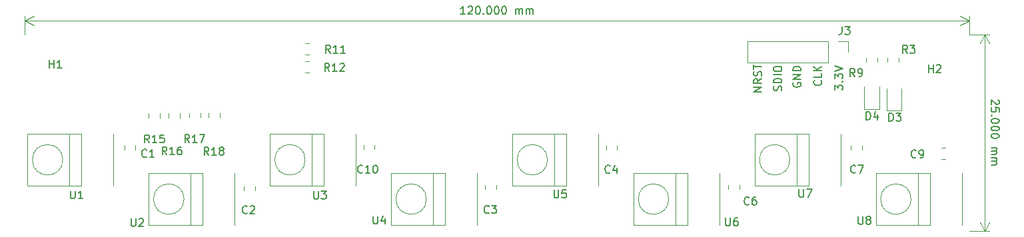
<source format=gbr>
G04 #@! TF.GenerationSoftware,KiCad,Pcbnew,(5.1.2)-2*
G04 #@! TF.CreationDate,2021-01-17T20:53:17+05:30*
G04 #@! TF.ProjectId,VendSensor,56656e64-5365-46e7-936f-722e6b696361,rev?*
G04 #@! TF.SameCoordinates,Original*
G04 #@! TF.FileFunction,Legend,Top*
G04 #@! TF.FilePolarity,Positive*
%FSLAX46Y46*%
G04 Gerber Fmt 4.6, Leading zero omitted, Abs format (unit mm)*
G04 Created by KiCad (PCBNEW (5.1.2)-2) date 2021-01-17 20:53:17*
%MOMM*%
%LPD*%
G04 APERTURE LIST*
%ADD10C,0.150000*%
%ADD11C,0.120000*%
G04 APERTURE END LIST*
D10*
X173712380Y-43357142D02*
X173760000Y-43404761D01*
X173807619Y-43500000D01*
X173807619Y-43738095D01*
X173760000Y-43833333D01*
X173712380Y-43880952D01*
X173617142Y-43928571D01*
X173521904Y-43928571D01*
X173379047Y-43880952D01*
X172807619Y-43309523D01*
X172807619Y-43928571D01*
X173807619Y-44833333D02*
X173807619Y-44357142D01*
X173331428Y-44309523D01*
X173379047Y-44357142D01*
X173426666Y-44452380D01*
X173426666Y-44690476D01*
X173379047Y-44785714D01*
X173331428Y-44833333D01*
X173236190Y-44880952D01*
X172998095Y-44880952D01*
X172902857Y-44833333D01*
X172855238Y-44785714D01*
X172807619Y-44690476D01*
X172807619Y-44452380D01*
X172855238Y-44357142D01*
X172902857Y-44309523D01*
X172902857Y-45309523D02*
X172855238Y-45357142D01*
X172807619Y-45309523D01*
X172855238Y-45261904D01*
X172902857Y-45309523D01*
X172807619Y-45309523D01*
X173807619Y-45976190D02*
X173807619Y-46071428D01*
X173760000Y-46166666D01*
X173712380Y-46214285D01*
X173617142Y-46261904D01*
X173426666Y-46309523D01*
X173188571Y-46309523D01*
X172998095Y-46261904D01*
X172902857Y-46214285D01*
X172855238Y-46166666D01*
X172807619Y-46071428D01*
X172807619Y-45976190D01*
X172855238Y-45880952D01*
X172902857Y-45833333D01*
X172998095Y-45785714D01*
X173188571Y-45738095D01*
X173426666Y-45738095D01*
X173617142Y-45785714D01*
X173712380Y-45833333D01*
X173760000Y-45880952D01*
X173807619Y-45976190D01*
X173807619Y-46928571D02*
X173807619Y-47023809D01*
X173760000Y-47119047D01*
X173712380Y-47166666D01*
X173617142Y-47214285D01*
X173426666Y-47261904D01*
X173188571Y-47261904D01*
X172998095Y-47214285D01*
X172902857Y-47166666D01*
X172855238Y-47119047D01*
X172807619Y-47023809D01*
X172807619Y-46928571D01*
X172855238Y-46833333D01*
X172902857Y-46785714D01*
X172998095Y-46738095D01*
X173188571Y-46690476D01*
X173426666Y-46690476D01*
X173617142Y-46738095D01*
X173712380Y-46785714D01*
X173760000Y-46833333D01*
X173807619Y-46928571D01*
X173807619Y-47880952D02*
X173807619Y-47976190D01*
X173760000Y-48071428D01*
X173712380Y-48119047D01*
X173617142Y-48166666D01*
X173426666Y-48214285D01*
X173188571Y-48214285D01*
X172998095Y-48166666D01*
X172902857Y-48119047D01*
X172855238Y-48071428D01*
X172807619Y-47976190D01*
X172807619Y-47880952D01*
X172855238Y-47785714D01*
X172902857Y-47738095D01*
X172998095Y-47690476D01*
X173188571Y-47642857D01*
X173426666Y-47642857D01*
X173617142Y-47690476D01*
X173712380Y-47738095D01*
X173760000Y-47785714D01*
X173807619Y-47880952D01*
X172807619Y-49404761D02*
X173474285Y-49404761D01*
X173379047Y-49404761D02*
X173426666Y-49452380D01*
X173474285Y-49547619D01*
X173474285Y-49690476D01*
X173426666Y-49785714D01*
X173331428Y-49833333D01*
X172807619Y-49833333D01*
X173331428Y-49833333D02*
X173426666Y-49880952D01*
X173474285Y-49976190D01*
X173474285Y-50119047D01*
X173426666Y-50214285D01*
X173331428Y-50261904D01*
X172807619Y-50261904D01*
X172807619Y-50738095D02*
X173474285Y-50738095D01*
X173379047Y-50738095D02*
X173426666Y-50785714D01*
X173474285Y-50880952D01*
X173474285Y-51023809D01*
X173426666Y-51119047D01*
X173331428Y-51166666D01*
X172807619Y-51166666D01*
X173331428Y-51166666D02*
X173426666Y-51214285D01*
X173474285Y-51309523D01*
X173474285Y-51452380D01*
X173426666Y-51547619D01*
X173331428Y-51595238D01*
X172807619Y-51595238D01*
D11*
X171990000Y-35000000D02*
X171990000Y-60000000D01*
X170000000Y-35000000D02*
X172576421Y-35000000D01*
X170000000Y-60000000D02*
X172576421Y-60000000D01*
X171990000Y-60000000D02*
X171403579Y-58873496D01*
X171990000Y-60000000D02*
X172576421Y-58873496D01*
X171990000Y-35000000D02*
X171403579Y-36126504D01*
X171990000Y-35000000D02*
X172576421Y-36126504D01*
D10*
X105952166Y-32437719D02*
X105380738Y-32437766D01*
X105666452Y-32437743D02*
X105666369Y-31437743D01*
X105571142Y-31580608D01*
X105475912Y-31675854D01*
X105380678Y-31723481D01*
X106333043Y-31532925D02*
X106380658Y-31485302D01*
X106475892Y-31437675D01*
X106713988Y-31437655D01*
X106809230Y-31485266D01*
X106856853Y-31532881D01*
X106904480Y-31628116D01*
X106904488Y-31723354D01*
X106856880Y-31866215D01*
X106285499Y-32437691D01*
X106904547Y-32437639D01*
X107523511Y-31437588D02*
X107618749Y-31437580D01*
X107713992Y-31485191D01*
X107761615Y-31532806D01*
X107809242Y-31628040D01*
X107856876Y-31818512D01*
X107856896Y-32056608D01*
X107809293Y-32247088D01*
X107761682Y-32342330D01*
X107714067Y-32389953D01*
X107618833Y-32437580D01*
X107523595Y-32437588D01*
X107428353Y-32389977D01*
X107380730Y-32342362D01*
X107333103Y-32247127D01*
X107285468Y-32056655D01*
X107285448Y-31818560D01*
X107333051Y-31628080D01*
X107380662Y-31532838D01*
X107428277Y-31485215D01*
X107523511Y-31437588D01*
X108285492Y-32342286D02*
X108333115Y-32389901D01*
X108285499Y-32437524D01*
X108237876Y-32389909D01*
X108285492Y-32342286D01*
X108285499Y-32437524D01*
X108952083Y-31437469D02*
X109047321Y-31437461D01*
X109142563Y-31485072D01*
X109190186Y-31532687D01*
X109237813Y-31627921D01*
X109285448Y-31818393D01*
X109285468Y-32056489D01*
X109237865Y-32246969D01*
X109190253Y-32342211D01*
X109142638Y-32389834D01*
X109047404Y-32437461D01*
X108952166Y-32437469D01*
X108856924Y-32389858D01*
X108809301Y-32342243D01*
X108761674Y-32247008D01*
X108714039Y-32056536D01*
X108714019Y-31818441D01*
X108761623Y-31627961D01*
X108809234Y-31532719D01*
X108856849Y-31485096D01*
X108952083Y-31437469D01*
X109904464Y-31437389D02*
X109999702Y-31437381D01*
X110094944Y-31484993D01*
X110142567Y-31532608D01*
X110190194Y-31627842D01*
X110237829Y-31818314D01*
X110237849Y-32056409D01*
X110190246Y-32246889D01*
X110142634Y-32342131D01*
X110095019Y-32389754D01*
X109999785Y-32437381D01*
X109904547Y-32437389D01*
X109809305Y-32389778D01*
X109761682Y-32342163D01*
X109714055Y-32246929D01*
X109666420Y-32056457D01*
X109666400Y-31818362D01*
X109714003Y-31627881D01*
X109761615Y-31532639D01*
X109809230Y-31485016D01*
X109904464Y-31437389D01*
X110856845Y-31437310D02*
X110952083Y-31437302D01*
X111047325Y-31484913D01*
X111094948Y-31532528D01*
X111142575Y-31627762D01*
X111190210Y-31818235D01*
X111190230Y-32056330D01*
X111142626Y-32246810D01*
X111095015Y-32342052D01*
X111047400Y-32389675D01*
X110952166Y-32437302D01*
X110856928Y-32437310D01*
X110761686Y-32389699D01*
X110714063Y-32342084D01*
X110666436Y-32246850D01*
X110618801Y-32056377D01*
X110618781Y-31818282D01*
X110666384Y-31627802D01*
X110713996Y-31532560D01*
X110761611Y-31484937D01*
X110856845Y-31437310D01*
X112380738Y-32437183D02*
X112380682Y-31770516D01*
X112380690Y-31865754D02*
X112428305Y-31818131D01*
X112523539Y-31770504D01*
X112666396Y-31770493D01*
X112761638Y-31818104D01*
X112809265Y-31913338D01*
X112809309Y-32437147D01*
X112809265Y-31913338D02*
X112856876Y-31818096D01*
X112952111Y-31770469D01*
X113094968Y-31770457D01*
X113190210Y-31818068D01*
X113237837Y-31913302D01*
X113237880Y-32437112D01*
X113714071Y-32437072D02*
X113714015Y-31770405D01*
X113714023Y-31865643D02*
X113761638Y-31818020D01*
X113856872Y-31770393D01*
X113999730Y-31770381D01*
X114094972Y-31817993D01*
X114142599Y-31913227D01*
X114142642Y-32437036D01*
X114142599Y-31913227D02*
X114190210Y-31817985D01*
X114285444Y-31770358D01*
X114428301Y-31770346D01*
X114523543Y-31817957D01*
X114571170Y-31913191D01*
X114571214Y-32437000D01*
D11*
X49999854Y-33260001D02*
X169999854Y-33250001D01*
X50000000Y-35010000D02*
X49999805Y-32673580D01*
X170000000Y-35000000D02*
X169999805Y-32663580D01*
X169999854Y-33250001D02*
X168873399Y-33836516D01*
X169999854Y-33250001D02*
X168873301Y-32663674D01*
X49999854Y-33260001D02*
X51126407Y-33846328D01*
X49999854Y-33260001D02*
X51126309Y-32673486D01*
D10*
X143622380Y-42282857D02*
X142622380Y-42282857D01*
X143622380Y-41711428D01*
X142622380Y-41711428D01*
X143622380Y-40663809D02*
X143146190Y-40997142D01*
X143622380Y-41235238D02*
X142622380Y-41235238D01*
X142622380Y-40854285D01*
X142670000Y-40759047D01*
X142717619Y-40711428D01*
X142812857Y-40663809D01*
X142955714Y-40663809D01*
X143050952Y-40711428D01*
X143098571Y-40759047D01*
X143146190Y-40854285D01*
X143146190Y-41235238D01*
X143574761Y-40282857D02*
X143622380Y-40140000D01*
X143622380Y-39901904D01*
X143574761Y-39806666D01*
X143527142Y-39759047D01*
X143431904Y-39711428D01*
X143336666Y-39711428D01*
X143241428Y-39759047D01*
X143193809Y-39806666D01*
X143146190Y-39901904D01*
X143098571Y-40092380D01*
X143050952Y-40187619D01*
X143003333Y-40235238D01*
X142908095Y-40282857D01*
X142812857Y-40282857D01*
X142717619Y-40235238D01*
X142670000Y-40187619D01*
X142622380Y-40092380D01*
X142622380Y-39854285D01*
X142670000Y-39711428D01*
X142622380Y-39425714D02*
X142622380Y-38854285D01*
X143622380Y-39140000D02*
X142622380Y-39140000D01*
X146124761Y-42157619D02*
X146172380Y-42014761D01*
X146172380Y-41776666D01*
X146124761Y-41681428D01*
X146077142Y-41633809D01*
X145981904Y-41586190D01*
X145886666Y-41586190D01*
X145791428Y-41633809D01*
X145743809Y-41681428D01*
X145696190Y-41776666D01*
X145648571Y-41967142D01*
X145600952Y-42062380D01*
X145553333Y-42110000D01*
X145458095Y-42157619D01*
X145362857Y-42157619D01*
X145267619Y-42110000D01*
X145220000Y-42062380D01*
X145172380Y-41967142D01*
X145172380Y-41729047D01*
X145220000Y-41586190D01*
X146172380Y-41157619D02*
X145172380Y-41157619D01*
X145172380Y-40919523D01*
X145220000Y-40776666D01*
X145315238Y-40681428D01*
X145410476Y-40633809D01*
X145600952Y-40586190D01*
X145743809Y-40586190D01*
X145934285Y-40633809D01*
X146029523Y-40681428D01*
X146124761Y-40776666D01*
X146172380Y-40919523D01*
X146172380Y-41157619D01*
X146172380Y-40157619D02*
X145172380Y-40157619D01*
X145172380Y-39490952D02*
X145172380Y-39300476D01*
X145220000Y-39205238D01*
X145315238Y-39110000D01*
X145505714Y-39062380D01*
X145839047Y-39062380D01*
X146029523Y-39110000D01*
X146124761Y-39205238D01*
X146172380Y-39300476D01*
X146172380Y-39490952D01*
X146124761Y-39586190D01*
X146029523Y-39681428D01*
X145839047Y-39729047D01*
X145505714Y-39729047D01*
X145315238Y-39681428D01*
X145220000Y-39586190D01*
X145172380Y-39490952D01*
X147670000Y-41161904D02*
X147622380Y-41257142D01*
X147622380Y-41400000D01*
X147670000Y-41542857D01*
X147765238Y-41638095D01*
X147860476Y-41685714D01*
X148050952Y-41733333D01*
X148193809Y-41733333D01*
X148384285Y-41685714D01*
X148479523Y-41638095D01*
X148574761Y-41542857D01*
X148622380Y-41400000D01*
X148622380Y-41304761D01*
X148574761Y-41161904D01*
X148527142Y-41114285D01*
X148193809Y-41114285D01*
X148193809Y-41304761D01*
X148622380Y-40685714D02*
X147622380Y-40685714D01*
X148622380Y-40114285D01*
X147622380Y-40114285D01*
X148622380Y-39638095D02*
X147622380Y-39638095D01*
X147622380Y-39400000D01*
X147670000Y-39257142D01*
X147765238Y-39161904D01*
X147860476Y-39114285D01*
X148050952Y-39066666D01*
X148193809Y-39066666D01*
X148384285Y-39114285D01*
X148479523Y-39161904D01*
X148574761Y-39257142D01*
X148622380Y-39400000D01*
X148622380Y-39638095D01*
X151157142Y-40875238D02*
X151204761Y-40922857D01*
X151252380Y-41065714D01*
X151252380Y-41160952D01*
X151204761Y-41303809D01*
X151109523Y-41399047D01*
X151014285Y-41446666D01*
X150823809Y-41494285D01*
X150680952Y-41494285D01*
X150490476Y-41446666D01*
X150395238Y-41399047D01*
X150300000Y-41303809D01*
X150252380Y-41160952D01*
X150252380Y-41065714D01*
X150300000Y-40922857D01*
X150347619Y-40875238D01*
X151252380Y-39970476D02*
X151252380Y-40446666D01*
X150252380Y-40446666D01*
X151252380Y-39637142D02*
X150252380Y-39637142D01*
X151252380Y-39065714D02*
X150680952Y-39494285D01*
X150252380Y-39065714D02*
X150823809Y-39637142D01*
X152942380Y-42056190D02*
X152942380Y-41437142D01*
X153323333Y-41770476D01*
X153323333Y-41627619D01*
X153370952Y-41532380D01*
X153418571Y-41484761D01*
X153513809Y-41437142D01*
X153751904Y-41437142D01*
X153847142Y-41484761D01*
X153894761Y-41532380D01*
X153942380Y-41627619D01*
X153942380Y-41913333D01*
X153894761Y-42008571D01*
X153847142Y-42056190D01*
X153847142Y-41008571D02*
X153894761Y-40960952D01*
X153942380Y-41008571D01*
X153894761Y-41056190D01*
X153847142Y-41008571D01*
X153942380Y-41008571D01*
X152942380Y-40627619D02*
X152942380Y-40008571D01*
X153323333Y-40341904D01*
X153323333Y-40199047D01*
X153370952Y-40103809D01*
X153418571Y-40056190D01*
X153513809Y-40008571D01*
X153751904Y-40008571D01*
X153847142Y-40056190D01*
X153894761Y-40103809D01*
X153942380Y-40199047D01*
X153942380Y-40484761D01*
X153894761Y-40580000D01*
X153847142Y-40627619D01*
X152942380Y-39722857D02*
X153942380Y-39389523D01*
X152942380Y-39056190D01*
D11*
X92070000Y-54262000D02*
X92070000Y-47658000D01*
X81148000Y-54262000D02*
X86482000Y-54262000D01*
X86482000Y-54262000D02*
X86482000Y-47658000D01*
X86482000Y-47658000D02*
X81148000Y-47658000D01*
X81148000Y-47658000D02*
X81148000Y-54262000D01*
X85622406Y-50960000D02*
G75*
G03X85622406Y-50960000I-1934406J0D01*
G01*
X86482000Y-54262000D02*
X88006000Y-54262000D01*
X88006000Y-54262000D02*
X88006000Y-47658000D01*
X88006000Y-47658000D02*
X86482000Y-47658000D01*
X74770000Y-45546252D02*
X74770000Y-45023748D01*
X73350000Y-45546252D02*
X73350000Y-45023748D01*
X72290000Y-45546252D02*
X72290000Y-45023748D01*
X70870000Y-45546252D02*
X70870000Y-45023748D01*
X69690000Y-45581252D02*
X69690000Y-45058748D01*
X68270000Y-45581252D02*
X68270000Y-45058748D01*
X67140000Y-45586252D02*
X67140000Y-45063748D01*
X65720000Y-45586252D02*
X65720000Y-45063748D01*
X85633748Y-39850000D02*
X86156252Y-39850000D01*
X85633748Y-38430000D02*
X86156252Y-38430000D01*
X85633748Y-37550000D02*
X86156252Y-37550000D01*
X85633748Y-36130000D02*
X86156252Y-36130000D01*
X154640000Y-35910000D02*
X154640000Y-37240000D01*
X153310000Y-35910000D02*
X154640000Y-35910000D01*
X152040000Y-35910000D02*
X152040000Y-38570000D01*
X152040000Y-38570000D02*
X141820000Y-38570000D01*
X152040000Y-35910000D02*
X141820000Y-35910000D01*
X141820000Y-35910000D02*
X141820000Y-38570000D01*
X169070000Y-59262000D02*
X169070000Y-52658000D01*
X158148000Y-59262000D02*
X163482000Y-59262000D01*
X163482000Y-59262000D02*
X163482000Y-52658000D01*
X163482000Y-52658000D02*
X158148000Y-52658000D01*
X158148000Y-52658000D02*
X158148000Y-59262000D01*
X162622406Y-55960000D02*
G75*
G03X162622406Y-55960000I-1934406J0D01*
G01*
X163482000Y-59262000D02*
X165006000Y-59262000D01*
X165006000Y-59262000D02*
X165006000Y-52658000D01*
X165006000Y-52658000D02*
X163482000Y-52658000D01*
X153670000Y-54262000D02*
X153670000Y-47658000D01*
X142748000Y-54262000D02*
X148082000Y-54262000D01*
X148082000Y-54262000D02*
X148082000Y-47658000D01*
X148082000Y-47658000D02*
X142748000Y-47658000D01*
X142748000Y-47658000D02*
X142748000Y-54262000D01*
X147222406Y-50960000D02*
G75*
G03X147222406Y-50960000I-1934406J0D01*
G01*
X148082000Y-54262000D02*
X149606000Y-54262000D01*
X149606000Y-54262000D02*
X149606000Y-47658000D01*
X149606000Y-47658000D02*
X148082000Y-47658000D01*
X138270000Y-59262000D02*
X138270000Y-52658000D01*
X127348000Y-59262000D02*
X132682000Y-59262000D01*
X132682000Y-59262000D02*
X132682000Y-52658000D01*
X132682000Y-52658000D02*
X127348000Y-52658000D01*
X127348000Y-52658000D02*
X127348000Y-59262000D01*
X131822406Y-55960000D02*
G75*
G03X131822406Y-55960000I-1934406J0D01*
G01*
X132682000Y-59262000D02*
X134206000Y-59262000D01*
X134206000Y-59262000D02*
X134206000Y-52658000D01*
X134206000Y-52658000D02*
X132682000Y-52658000D01*
X122870000Y-54262000D02*
X122870000Y-47658000D01*
X111948000Y-54262000D02*
X117282000Y-54262000D01*
X117282000Y-54262000D02*
X117282000Y-47658000D01*
X117282000Y-47658000D02*
X111948000Y-47658000D01*
X111948000Y-47658000D02*
X111948000Y-54262000D01*
X116422406Y-50960000D02*
G75*
G03X116422406Y-50960000I-1934406J0D01*
G01*
X117282000Y-54262000D02*
X118806000Y-54262000D01*
X118806000Y-54262000D02*
X118806000Y-47658000D01*
X118806000Y-47658000D02*
X117282000Y-47658000D01*
X107470000Y-59262000D02*
X107470000Y-52658000D01*
X96548000Y-59262000D02*
X101882000Y-59262000D01*
X101882000Y-59262000D02*
X101882000Y-52658000D01*
X101882000Y-52658000D02*
X96548000Y-52658000D01*
X96548000Y-52658000D02*
X96548000Y-59262000D01*
X101022406Y-55960000D02*
G75*
G03X101022406Y-55960000I-1934406J0D01*
G01*
X101882000Y-59262000D02*
X103406000Y-59262000D01*
X103406000Y-59262000D02*
X103406000Y-52658000D01*
X103406000Y-52658000D02*
X101882000Y-52658000D01*
X76670000Y-59262000D02*
X76670000Y-52658000D01*
X65748000Y-59262000D02*
X71082000Y-59262000D01*
X71082000Y-59262000D02*
X71082000Y-52658000D01*
X71082000Y-52658000D02*
X65748000Y-52658000D01*
X65748000Y-52658000D02*
X65748000Y-59262000D01*
X70222406Y-55960000D02*
G75*
G03X70222406Y-55960000I-1934406J0D01*
G01*
X71082000Y-59262000D02*
X72606000Y-59262000D01*
X72606000Y-59262000D02*
X72606000Y-52658000D01*
X72606000Y-52658000D02*
X71082000Y-52658000D01*
X61270000Y-54262000D02*
X61270000Y-47658000D01*
X50348000Y-54262000D02*
X55682000Y-54262000D01*
X55682000Y-54262000D02*
X55682000Y-47658000D01*
X55682000Y-47658000D02*
X50348000Y-47658000D01*
X50348000Y-47658000D02*
X50348000Y-54262000D01*
X54822406Y-50960000D02*
G75*
G03X54822406Y-50960000I-1934406J0D01*
G01*
X55682000Y-54262000D02*
X57206000Y-54262000D01*
X57206000Y-54262000D02*
X57206000Y-47658000D01*
X57206000Y-47658000D02*
X55682000Y-47658000D01*
X156930000Y-37998748D02*
X156930000Y-38521252D01*
X158350000Y-37998748D02*
X158350000Y-38521252D01*
X159640000Y-38008748D02*
X159640000Y-38531252D01*
X161060000Y-38008748D02*
X161060000Y-38531252D01*
X158600000Y-44520000D02*
X158600000Y-41660000D01*
X156680000Y-44520000D02*
X158600000Y-44520000D01*
X156680000Y-41660000D02*
X156680000Y-44520000D01*
X161410000Y-44725000D02*
X161410000Y-41865000D01*
X159490000Y-44725000D02*
X161410000Y-44725000D01*
X159490000Y-41865000D02*
X159490000Y-44725000D01*
X93030000Y-49118748D02*
X93030000Y-49641252D01*
X94450000Y-49118748D02*
X94450000Y-49641252D01*
X167001252Y-49420000D02*
X166478748Y-49420000D01*
X167001252Y-50840000D02*
X166478748Y-50840000D01*
X139360000Y-54158748D02*
X139360000Y-54681252D01*
X140780000Y-54158748D02*
X140780000Y-54681252D01*
X123860000Y-49153748D02*
X123860000Y-49676252D01*
X125280000Y-49153748D02*
X125280000Y-49676252D01*
X108500000Y-54168748D02*
X108500000Y-54691252D01*
X109920000Y-54168748D02*
X109920000Y-54691252D01*
X77850000Y-54353748D02*
X77850000Y-54876252D01*
X79270000Y-54353748D02*
X79270000Y-54876252D01*
X62640000Y-49128748D02*
X62640000Y-49651252D01*
X64060000Y-49128748D02*
X64060000Y-49651252D01*
X154950000Y-49173748D02*
X154950000Y-49696252D01*
X156370000Y-49173748D02*
X156370000Y-49696252D01*
D10*
X86728095Y-54933540D02*
X86728095Y-55743064D01*
X86775714Y-55838302D01*
X86823333Y-55885921D01*
X86918571Y-55933540D01*
X87109047Y-55933540D01*
X87204285Y-55885921D01*
X87251904Y-55838302D01*
X87299523Y-55743064D01*
X87299523Y-54933540D01*
X87680476Y-54933540D02*
X88299523Y-54933540D01*
X87966190Y-55314493D01*
X88109047Y-55314493D01*
X88204285Y-55362112D01*
X88251904Y-55409731D01*
X88299523Y-55504969D01*
X88299523Y-55743064D01*
X88251904Y-55838302D01*
X88204285Y-55885921D01*
X88109047Y-55933540D01*
X87823333Y-55933540D01*
X87728095Y-55885921D01*
X87680476Y-55838302D01*
X73377142Y-50367380D02*
X73043809Y-49891190D01*
X72805714Y-50367380D02*
X72805714Y-49367380D01*
X73186666Y-49367380D01*
X73281904Y-49415000D01*
X73329523Y-49462619D01*
X73377142Y-49557857D01*
X73377142Y-49700714D01*
X73329523Y-49795952D01*
X73281904Y-49843571D01*
X73186666Y-49891190D01*
X72805714Y-49891190D01*
X74329523Y-50367380D02*
X73758095Y-50367380D01*
X74043809Y-50367380D02*
X74043809Y-49367380D01*
X73948571Y-49510238D01*
X73853333Y-49605476D01*
X73758095Y-49653095D01*
X74900952Y-49795952D02*
X74805714Y-49748333D01*
X74758095Y-49700714D01*
X74710476Y-49605476D01*
X74710476Y-49557857D01*
X74758095Y-49462619D01*
X74805714Y-49415000D01*
X74900952Y-49367380D01*
X75091428Y-49367380D01*
X75186666Y-49415000D01*
X75234285Y-49462619D01*
X75281904Y-49557857D01*
X75281904Y-49605476D01*
X75234285Y-49700714D01*
X75186666Y-49748333D01*
X75091428Y-49795952D01*
X74900952Y-49795952D01*
X74805714Y-49843571D01*
X74758095Y-49891190D01*
X74710476Y-49986428D01*
X74710476Y-50176904D01*
X74758095Y-50272142D01*
X74805714Y-50319761D01*
X74900952Y-50367380D01*
X75091428Y-50367380D01*
X75186666Y-50319761D01*
X75234285Y-50272142D01*
X75281904Y-50176904D01*
X75281904Y-49986428D01*
X75234285Y-49891190D01*
X75186666Y-49843571D01*
X75091428Y-49795952D01*
X70917142Y-48752380D02*
X70583809Y-48276190D01*
X70345714Y-48752380D02*
X70345714Y-47752380D01*
X70726666Y-47752380D01*
X70821904Y-47800000D01*
X70869523Y-47847619D01*
X70917142Y-47942857D01*
X70917142Y-48085714D01*
X70869523Y-48180952D01*
X70821904Y-48228571D01*
X70726666Y-48276190D01*
X70345714Y-48276190D01*
X71869523Y-48752380D02*
X71298095Y-48752380D01*
X71583809Y-48752380D02*
X71583809Y-47752380D01*
X71488571Y-47895238D01*
X71393333Y-47990476D01*
X71298095Y-48038095D01*
X72202857Y-47752380D02*
X72869523Y-47752380D01*
X72440952Y-48752380D01*
X68037142Y-50307380D02*
X67703809Y-49831190D01*
X67465714Y-50307380D02*
X67465714Y-49307380D01*
X67846666Y-49307380D01*
X67941904Y-49355000D01*
X67989523Y-49402619D01*
X68037142Y-49497857D01*
X68037142Y-49640714D01*
X67989523Y-49735952D01*
X67941904Y-49783571D01*
X67846666Y-49831190D01*
X67465714Y-49831190D01*
X68989523Y-50307380D02*
X68418095Y-50307380D01*
X68703809Y-50307380D02*
X68703809Y-49307380D01*
X68608571Y-49450238D01*
X68513333Y-49545476D01*
X68418095Y-49593095D01*
X69846666Y-49307380D02*
X69656190Y-49307380D01*
X69560952Y-49355000D01*
X69513333Y-49402619D01*
X69418095Y-49545476D01*
X69370476Y-49735952D01*
X69370476Y-50116904D01*
X69418095Y-50212142D01*
X69465714Y-50259761D01*
X69560952Y-50307380D01*
X69751428Y-50307380D01*
X69846666Y-50259761D01*
X69894285Y-50212142D01*
X69941904Y-50116904D01*
X69941904Y-49878809D01*
X69894285Y-49783571D01*
X69846666Y-49735952D01*
X69751428Y-49688333D01*
X69560952Y-49688333D01*
X69465714Y-49735952D01*
X69418095Y-49783571D01*
X69370476Y-49878809D01*
X65817142Y-48792380D02*
X65483809Y-48316190D01*
X65245714Y-48792380D02*
X65245714Y-47792380D01*
X65626666Y-47792380D01*
X65721904Y-47840000D01*
X65769523Y-47887619D01*
X65817142Y-47982857D01*
X65817142Y-48125714D01*
X65769523Y-48220952D01*
X65721904Y-48268571D01*
X65626666Y-48316190D01*
X65245714Y-48316190D01*
X66769523Y-48792380D02*
X66198095Y-48792380D01*
X66483809Y-48792380D02*
X66483809Y-47792380D01*
X66388571Y-47935238D01*
X66293333Y-48030476D01*
X66198095Y-48078095D01*
X67674285Y-47792380D02*
X67198095Y-47792380D01*
X67150476Y-48268571D01*
X67198095Y-48220952D01*
X67293333Y-48173333D01*
X67531428Y-48173333D01*
X67626666Y-48220952D01*
X67674285Y-48268571D01*
X67721904Y-48363809D01*
X67721904Y-48601904D01*
X67674285Y-48697142D01*
X67626666Y-48744761D01*
X67531428Y-48792380D01*
X67293333Y-48792380D01*
X67198095Y-48744761D01*
X67150476Y-48697142D01*
X88707142Y-39702380D02*
X88373809Y-39226190D01*
X88135714Y-39702380D02*
X88135714Y-38702380D01*
X88516666Y-38702380D01*
X88611904Y-38750000D01*
X88659523Y-38797619D01*
X88707142Y-38892857D01*
X88707142Y-39035714D01*
X88659523Y-39130952D01*
X88611904Y-39178571D01*
X88516666Y-39226190D01*
X88135714Y-39226190D01*
X89659523Y-39702380D02*
X89088095Y-39702380D01*
X89373809Y-39702380D02*
X89373809Y-38702380D01*
X89278571Y-38845238D01*
X89183333Y-38940476D01*
X89088095Y-38988095D01*
X90040476Y-38797619D02*
X90088095Y-38750000D01*
X90183333Y-38702380D01*
X90421428Y-38702380D01*
X90516666Y-38750000D01*
X90564285Y-38797619D01*
X90611904Y-38892857D01*
X90611904Y-38988095D01*
X90564285Y-39130952D01*
X89992857Y-39702380D01*
X90611904Y-39702380D01*
X88807142Y-37382380D02*
X88473809Y-36906190D01*
X88235714Y-37382380D02*
X88235714Y-36382380D01*
X88616666Y-36382380D01*
X88711904Y-36430000D01*
X88759523Y-36477619D01*
X88807142Y-36572857D01*
X88807142Y-36715714D01*
X88759523Y-36810952D01*
X88711904Y-36858571D01*
X88616666Y-36906190D01*
X88235714Y-36906190D01*
X89759523Y-37382380D02*
X89188095Y-37382380D01*
X89473809Y-37382380D02*
X89473809Y-36382380D01*
X89378571Y-36525238D01*
X89283333Y-36620476D01*
X89188095Y-36668095D01*
X90711904Y-37382380D02*
X90140476Y-37382380D01*
X90426190Y-37382380D02*
X90426190Y-36382380D01*
X90330952Y-36525238D01*
X90235714Y-36620476D01*
X90140476Y-36668095D01*
X153836666Y-34012380D02*
X153836666Y-34726666D01*
X153789047Y-34869523D01*
X153693809Y-34964761D01*
X153550952Y-35012380D01*
X153455714Y-35012380D01*
X154217619Y-34012380D02*
X154836666Y-34012380D01*
X154503333Y-34393333D01*
X154646190Y-34393333D01*
X154741428Y-34440952D01*
X154789047Y-34488571D01*
X154836666Y-34583809D01*
X154836666Y-34821904D01*
X154789047Y-34917142D01*
X154741428Y-34964761D01*
X154646190Y-35012380D01*
X154360476Y-35012380D01*
X154265238Y-34964761D01*
X154217619Y-34917142D01*
X155928095Y-58162380D02*
X155928095Y-58971904D01*
X155975714Y-59067142D01*
X156023333Y-59114761D01*
X156118571Y-59162380D01*
X156309047Y-59162380D01*
X156404285Y-59114761D01*
X156451904Y-59067142D01*
X156499523Y-58971904D01*
X156499523Y-58162380D01*
X157118571Y-58590952D02*
X157023333Y-58543333D01*
X156975714Y-58495714D01*
X156928095Y-58400476D01*
X156928095Y-58352857D01*
X156975714Y-58257619D01*
X157023333Y-58210000D01*
X157118571Y-58162380D01*
X157309047Y-58162380D01*
X157404285Y-58210000D01*
X157451904Y-58257619D01*
X157499523Y-58352857D01*
X157499523Y-58400476D01*
X157451904Y-58495714D01*
X157404285Y-58543333D01*
X157309047Y-58590952D01*
X157118571Y-58590952D01*
X157023333Y-58638571D01*
X156975714Y-58686190D01*
X156928095Y-58781428D01*
X156928095Y-58971904D01*
X156975714Y-59067142D01*
X157023333Y-59114761D01*
X157118571Y-59162380D01*
X157309047Y-59162380D01*
X157404285Y-59114761D01*
X157451904Y-59067142D01*
X157499523Y-58971904D01*
X157499523Y-58781428D01*
X157451904Y-58686190D01*
X157404285Y-58638571D01*
X157309047Y-58590952D01*
X148388095Y-54711620D02*
X148388095Y-55521144D01*
X148435714Y-55616382D01*
X148483333Y-55664001D01*
X148578571Y-55711620D01*
X148769047Y-55711620D01*
X148864285Y-55664001D01*
X148911904Y-55616382D01*
X148959523Y-55521144D01*
X148959523Y-54711620D01*
X149340476Y-54711620D02*
X150007142Y-54711620D01*
X149578571Y-55711620D01*
X139068095Y-58352380D02*
X139068095Y-59161904D01*
X139115714Y-59257142D01*
X139163333Y-59304761D01*
X139258571Y-59352380D01*
X139449047Y-59352380D01*
X139544285Y-59304761D01*
X139591904Y-59257142D01*
X139639523Y-59161904D01*
X139639523Y-58352380D01*
X140544285Y-58352380D02*
X140353809Y-58352380D01*
X140258571Y-58400000D01*
X140210952Y-58447619D01*
X140115714Y-58590476D01*
X140068095Y-58780952D01*
X140068095Y-59161904D01*
X140115714Y-59257142D01*
X140163333Y-59304761D01*
X140258571Y-59352380D01*
X140449047Y-59352380D01*
X140544285Y-59304761D01*
X140591904Y-59257142D01*
X140639523Y-59161904D01*
X140639523Y-58923809D01*
X140591904Y-58828571D01*
X140544285Y-58780952D01*
X140449047Y-58733333D01*
X140258571Y-58733333D01*
X140163333Y-58780952D01*
X140115714Y-58828571D01*
X140068095Y-58923809D01*
X117248095Y-54789080D02*
X117248095Y-55598604D01*
X117295714Y-55693842D01*
X117343333Y-55741461D01*
X117438571Y-55789080D01*
X117629047Y-55789080D01*
X117724285Y-55741461D01*
X117771904Y-55693842D01*
X117819523Y-55598604D01*
X117819523Y-54789080D01*
X118771904Y-54789080D02*
X118295714Y-54789080D01*
X118248095Y-55265271D01*
X118295714Y-55217652D01*
X118390952Y-55170033D01*
X118629047Y-55170033D01*
X118724285Y-55217652D01*
X118771904Y-55265271D01*
X118819523Y-55360509D01*
X118819523Y-55598604D01*
X118771904Y-55693842D01*
X118724285Y-55741461D01*
X118629047Y-55789080D01*
X118390952Y-55789080D01*
X118295714Y-55741461D01*
X118248095Y-55693842D01*
X94268095Y-58112380D02*
X94268095Y-58921904D01*
X94315714Y-59017142D01*
X94363333Y-59064761D01*
X94458571Y-59112380D01*
X94649047Y-59112380D01*
X94744285Y-59064761D01*
X94791904Y-59017142D01*
X94839523Y-58921904D01*
X94839523Y-58112380D01*
X95744285Y-58445714D02*
X95744285Y-59112380D01*
X95506190Y-58064761D02*
X95268095Y-58779047D01*
X95887142Y-58779047D01*
X63508095Y-58412380D02*
X63508095Y-59221904D01*
X63555714Y-59317142D01*
X63603333Y-59364761D01*
X63698571Y-59412380D01*
X63889047Y-59412380D01*
X63984285Y-59364761D01*
X64031904Y-59317142D01*
X64079523Y-59221904D01*
X64079523Y-58412380D01*
X64508095Y-58507619D02*
X64555714Y-58460000D01*
X64650952Y-58412380D01*
X64889047Y-58412380D01*
X64984285Y-58460000D01*
X65031904Y-58507619D01*
X65079523Y-58602857D01*
X65079523Y-58698095D01*
X65031904Y-58840952D01*
X64460476Y-59412380D01*
X65079523Y-59412380D01*
X55798935Y-54908180D02*
X55798935Y-55717704D01*
X55846554Y-55812942D01*
X55894173Y-55860561D01*
X55989411Y-55908180D01*
X56179887Y-55908180D01*
X56275125Y-55860561D01*
X56322744Y-55812942D01*
X56370363Y-55717704D01*
X56370363Y-54908180D01*
X57370363Y-55908180D02*
X56798935Y-55908180D01*
X57084649Y-55908180D02*
X57084649Y-54908180D01*
X56989411Y-55051038D01*
X56894173Y-55146276D01*
X56798935Y-55193895D01*
X155473333Y-40372380D02*
X155140000Y-39896190D01*
X154901904Y-40372380D02*
X154901904Y-39372380D01*
X155282857Y-39372380D01*
X155378095Y-39420000D01*
X155425714Y-39467619D01*
X155473333Y-39562857D01*
X155473333Y-39705714D01*
X155425714Y-39800952D01*
X155378095Y-39848571D01*
X155282857Y-39896190D01*
X154901904Y-39896190D01*
X155949523Y-40372380D02*
X156140000Y-40372380D01*
X156235238Y-40324761D01*
X156282857Y-40277142D01*
X156378095Y-40134285D01*
X156425714Y-39943809D01*
X156425714Y-39562857D01*
X156378095Y-39467619D01*
X156330476Y-39420000D01*
X156235238Y-39372380D01*
X156044761Y-39372380D01*
X155949523Y-39420000D01*
X155901904Y-39467619D01*
X155854285Y-39562857D01*
X155854285Y-39800952D01*
X155901904Y-39896190D01*
X155949523Y-39943809D01*
X156044761Y-39991428D01*
X156235238Y-39991428D01*
X156330476Y-39943809D01*
X156378095Y-39896190D01*
X156425714Y-39800952D01*
X162143333Y-37392380D02*
X161810000Y-36916190D01*
X161571904Y-37392380D02*
X161571904Y-36392380D01*
X161952857Y-36392380D01*
X162048095Y-36440000D01*
X162095714Y-36487619D01*
X162143333Y-36582857D01*
X162143333Y-36725714D01*
X162095714Y-36820952D01*
X162048095Y-36868571D01*
X161952857Y-36916190D01*
X161571904Y-36916190D01*
X162476666Y-36392380D02*
X163095714Y-36392380D01*
X162762380Y-36773333D01*
X162905238Y-36773333D01*
X163000476Y-36820952D01*
X163048095Y-36868571D01*
X163095714Y-36963809D01*
X163095714Y-37201904D01*
X163048095Y-37297142D01*
X163000476Y-37344761D01*
X162905238Y-37392380D01*
X162619523Y-37392380D01*
X162524285Y-37344761D01*
X162476666Y-37297142D01*
X156931904Y-45852380D02*
X156931904Y-44852380D01*
X157170000Y-44852380D01*
X157312857Y-44900000D01*
X157408095Y-44995238D01*
X157455714Y-45090476D01*
X157503333Y-45280952D01*
X157503333Y-45423809D01*
X157455714Y-45614285D01*
X157408095Y-45709523D01*
X157312857Y-45804761D01*
X157170000Y-45852380D01*
X156931904Y-45852380D01*
X158360476Y-45185714D02*
X158360476Y-45852380D01*
X158122380Y-44804761D02*
X157884285Y-45519047D01*
X158503333Y-45519047D01*
X159821904Y-46022380D02*
X159821904Y-45022380D01*
X160060000Y-45022380D01*
X160202857Y-45070000D01*
X160298095Y-45165238D01*
X160345714Y-45260476D01*
X160393333Y-45450952D01*
X160393333Y-45593809D01*
X160345714Y-45784285D01*
X160298095Y-45879523D01*
X160202857Y-45974761D01*
X160060000Y-46022380D01*
X159821904Y-46022380D01*
X160726666Y-45022380D02*
X161345714Y-45022380D01*
X161012380Y-45403333D01*
X161155238Y-45403333D01*
X161250476Y-45450952D01*
X161298095Y-45498571D01*
X161345714Y-45593809D01*
X161345714Y-45831904D01*
X161298095Y-45927142D01*
X161250476Y-45974761D01*
X161155238Y-46022380D01*
X160869523Y-46022380D01*
X160774285Y-45974761D01*
X160726666Y-45927142D01*
X92907142Y-52537142D02*
X92859523Y-52584761D01*
X92716666Y-52632380D01*
X92621428Y-52632380D01*
X92478571Y-52584761D01*
X92383333Y-52489523D01*
X92335714Y-52394285D01*
X92288095Y-52203809D01*
X92288095Y-52060952D01*
X92335714Y-51870476D01*
X92383333Y-51775238D01*
X92478571Y-51680000D01*
X92621428Y-51632380D01*
X92716666Y-51632380D01*
X92859523Y-51680000D01*
X92907142Y-51727619D01*
X93859523Y-52632380D02*
X93288095Y-52632380D01*
X93573809Y-52632380D02*
X93573809Y-51632380D01*
X93478571Y-51775238D01*
X93383333Y-51870476D01*
X93288095Y-51918095D01*
X94478571Y-51632380D02*
X94573809Y-51632380D01*
X94669047Y-51680000D01*
X94716666Y-51727619D01*
X94764285Y-51822857D01*
X94811904Y-52013333D01*
X94811904Y-52251428D01*
X94764285Y-52441904D01*
X94716666Y-52537142D01*
X94669047Y-52584761D01*
X94573809Y-52632380D01*
X94478571Y-52632380D01*
X94383333Y-52584761D01*
X94335714Y-52537142D01*
X94288095Y-52441904D01*
X94240476Y-52251428D01*
X94240476Y-52013333D01*
X94288095Y-51822857D01*
X94335714Y-51727619D01*
X94383333Y-51680000D01*
X94478571Y-51632380D01*
X163253333Y-50617142D02*
X163205714Y-50664761D01*
X163062857Y-50712380D01*
X162967619Y-50712380D01*
X162824761Y-50664761D01*
X162729523Y-50569523D01*
X162681904Y-50474285D01*
X162634285Y-50283809D01*
X162634285Y-50140952D01*
X162681904Y-49950476D01*
X162729523Y-49855238D01*
X162824761Y-49760000D01*
X162967619Y-49712380D01*
X163062857Y-49712380D01*
X163205714Y-49760000D01*
X163253333Y-49807619D01*
X163729523Y-50712380D02*
X163920000Y-50712380D01*
X164015238Y-50664761D01*
X164062857Y-50617142D01*
X164158095Y-50474285D01*
X164205714Y-50283809D01*
X164205714Y-49902857D01*
X164158095Y-49807619D01*
X164110476Y-49760000D01*
X164015238Y-49712380D01*
X163824761Y-49712380D01*
X163729523Y-49760000D01*
X163681904Y-49807619D01*
X163634285Y-49902857D01*
X163634285Y-50140952D01*
X163681904Y-50236190D01*
X163729523Y-50283809D01*
X163824761Y-50331428D01*
X164015238Y-50331428D01*
X164110476Y-50283809D01*
X164158095Y-50236190D01*
X164205714Y-50140952D01*
X142033333Y-56597142D02*
X141985714Y-56644761D01*
X141842857Y-56692380D01*
X141747619Y-56692380D01*
X141604761Y-56644761D01*
X141509523Y-56549523D01*
X141461904Y-56454285D01*
X141414285Y-56263809D01*
X141414285Y-56120952D01*
X141461904Y-55930476D01*
X141509523Y-55835238D01*
X141604761Y-55740000D01*
X141747619Y-55692380D01*
X141842857Y-55692380D01*
X141985714Y-55740000D01*
X142033333Y-55787619D01*
X142890476Y-55692380D02*
X142700000Y-55692380D01*
X142604761Y-55740000D01*
X142557142Y-55787619D01*
X142461904Y-55930476D01*
X142414285Y-56120952D01*
X142414285Y-56501904D01*
X142461904Y-56597142D01*
X142509523Y-56644761D01*
X142604761Y-56692380D01*
X142795238Y-56692380D01*
X142890476Y-56644761D01*
X142938095Y-56597142D01*
X142985714Y-56501904D01*
X142985714Y-56263809D01*
X142938095Y-56168571D01*
X142890476Y-56120952D01*
X142795238Y-56073333D01*
X142604761Y-56073333D01*
X142509523Y-56120952D01*
X142461904Y-56168571D01*
X142414285Y-56263809D01*
X124353333Y-52562142D02*
X124305714Y-52609761D01*
X124162857Y-52657380D01*
X124067619Y-52657380D01*
X123924761Y-52609761D01*
X123829523Y-52514523D01*
X123781904Y-52419285D01*
X123734285Y-52228809D01*
X123734285Y-52085952D01*
X123781904Y-51895476D01*
X123829523Y-51800238D01*
X123924761Y-51705000D01*
X124067619Y-51657380D01*
X124162857Y-51657380D01*
X124305714Y-51705000D01*
X124353333Y-51752619D01*
X125210476Y-51990714D02*
X125210476Y-52657380D01*
X124972380Y-51609761D02*
X124734285Y-52324047D01*
X125353333Y-52324047D01*
X108993333Y-57677142D02*
X108945714Y-57724761D01*
X108802857Y-57772380D01*
X108707619Y-57772380D01*
X108564761Y-57724761D01*
X108469523Y-57629523D01*
X108421904Y-57534285D01*
X108374285Y-57343809D01*
X108374285Y-57200952D01*
X108421904Y-57010476D01*
X108469523Y-56915238D01*
X108564761Y-56820000D01*
X108707619Y-56772380D01*
X108802857Y-56772380D01*
X108945714Y-56820000D01*
X108993333Y-56867619D01*
X109326666Y-56772380D02*
X109945714Y-56772380D01*
X109612380Y-57153333D01*
X109755238Y-57153333D01*
X109850476Y-57200952D01*
X109898095Y-57248571D01*
X109945714Y-57343809D01*
X109945714Y-57581904D01*
X109898095Y-57677142D01*
X109850476Y-57724761D01*
X109755238Y-57772380D01*
X109469523Y-57772380D01*
X109374285Y-57724761D01*
X109326666Y-57677142D01*
X78243333Y-57722142D02*
X78195714Y-57769761D01*
X78052857Y-57817380D01*
X77957619Y-57817380D01*
X77814761Y-57769761D01*
X77719523Y-57674523D01*
X77671904Y-57579285D01*
X77624285Y-57388809D01*
X77624285Y-57245952D01*
X77671904Y-57055476D01*
X77719523Y-56960238D01*
X77814761Y-56865000D01*
X77957619Y-56817380D01*
X78052857Y-56817380D01*
X78195714Y-56865000D01*
X78243333Y-56912619D01*
X78624285Y-56912619D02*
X78671904Y-56865000D01*
X78767142Y-56817380D01*
X79005238Y-56817380D01*
X79100476Y-56865000D01*
X79148095Y-56912619D01*
X79195714Y-57007857D01*
X79195714Y-57103095D01*
X79148095Y-57245952D01*
X78576666Y-57817380D01*
X79195714Y-57817380D01*
X65473333Y-50547142D02*
X65425714Y-50594761D01*
X65282857Y-50642380D01*
X65187619Y-50642380D01*
X65044761Y-50594761D01*
X64949523Y-50499523D01*
X64901904Y-50404285D01*
X64854285Y-50213809D01*
X64854285Y-50070952D01*
X64901904Y-49880476D01*
X64949523Y-49785238D01*
X65044761Y-49690000D01*
X65187619Y-49642380D01*
X65282857Y-49642380D01*
X65425714Y-49690000D01*
X65473333Y-49737619D01*
X66425714Y-50642380D02*
X65854285Y-50642380D01*
X66140000Y-50642380D02*
X66140000Y-49642380D01*
X66044761Y-49785238D01*
X65949523Y-49880476D01*
X65854285Y-49928095D01*
X164858095Y-39872380D02*
X164858095Y-38872380D01*
X164858095Y-39348571D02*
X165429523Y-39348571D01*
X165429523Y-39872380D02*
X165429523Y-38872380D01*
X165858095Y-38967619D02*
X165905714Y-38920000D01*
X166000952Y-38872380D01*
X166239047Y-38872380D01*
X166334285Y-38920000D01*
X166381904Y-38967619D01*
X166429523Y-39062857D01*
X166429523Y-39158095D01*
X166381904Y-39300952D01*
X165810476Y-39872380D01*
X166429523Y-39872380D01*
X53108095Y-39282380D02*
X53108095Y-38282380D01*
X53108095Y-38758571D02*
X53679523Y-38758571D01*
X53679523Y-39282380D02*
X53679523Y-38282380D01*
X54679523Y-39282380D02*
X54108095Y-39282380D01*
X54393809Y-39282380D02*
X54393809Y-38282380D01*
X54298571Y-38425238D01*
X54203333Y-38520476D01*
X54108095Y-38568095D01*
X155543333Y-52552142D02*
X155495714Y-52599761D01*
X155352857Y-52647380D01*
X155257619Y-52647380D01*
X155114761Y-52599761D01*
X155019523Y-52504523D01*
X154971904Y-52409285D01*
X154924285Y-52218809D01*
X154924285Y-52075952D01*
X154971904Y-51885476D01*
X155019523Y-51790238D01*
X155114761Y-51695000D01*
X155257619Y-51647380D01*
X155352857Y-51647380D01*
X155495714Y-51695000D01*
X155543333Y-51742619D01*
X155876666Y-51647380D02*
X156543333Y-51647380D01*
X156114761Y-52647380D01*
M02*

</source>
